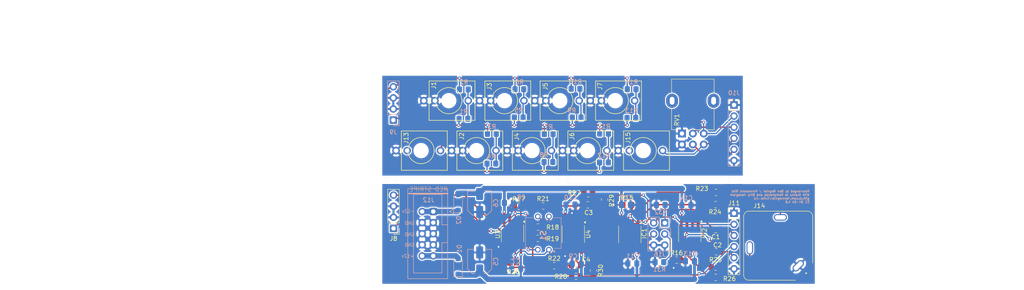
<source format=kicad_pcb>
(kicad_pcb (version 20240108) (generator "pcbnew") (generator_version "8.0")
  (title_block (title "Exits") (date "2022-01-28") (rev "2.1"))
  (layers (0 "F.Cu" signal) (31 "B.Cu" signal) (34 "B.Paste" user) (35 "F.Paste" user) (36 "B.SilkS" user "B.Silkscreen") (37 "F.SilkS" user "F.Silkscreen") (38 "B.Mask" user) (39 "F.Mask" user) (44 "Edge.Cuts" user))
  (net 0 "")
  (net 1 "Net-(IC1-A_+INPUT)")
  (net 2 "Net-(J11-Pin_3)")
  (net 3 "Net-(IC2-A_+INPUT)")
  (net 4 "Net-(J11-Pin_5)")
  (net 5 "Net-(U4A--)")
  (net 6 "Net-(C3-Pad2)")
  (net 7 "Net-(U4B--)")
  (net 8 "Net-(C4-Pad2)")
  (net 9 "GND")
  (net 10 "+12V")
  (net 11 "-12V")
  (net 12 "Net-(D1-A)")
  (net 13 "Net-(D2-K)")
  (net 14 "Net-(IC1-A_-INPUT)")
  (net 15 "Net-(IC1-B_-INPUT)")
  (net 16 "Net-(IC2-A_-INPUT)")
  (net 17 "Net-(IC2-B_-INPUT)")
  (net 18 "Net-(J1-Pad3)")
  (net 19 "Net-(J2-Pad3)")
  (net 20 "Net-(J3-Pad3)")
  (net 21 "Net-(J4-Pad3)")
  (net 22 "Net-(J5-Pad3)")
  (net 23 "Net-(J6-Pad3)")
  (net 24 "Net-(J7-Pad3)")
  (net 25 "Net-(J8-Pin_1)")
  (net 26 "Net-(J8-Pin_4)")
  (net 27 "Net-(J9-Pin_4)")
  (net 28 "Net-(J9-Pin_1)")
  (net 29 "Net-(J10-Pin_5)")
  (net 30 "Net-(J10-Pin_3)")
  (net 31 "Rout")
  (net 32 "Lout")
  (net 33 "HPoutL")
  (net 34 "HPoutR")
  (net 35 "RingL")
  (net 36 "RingR")
  (net 37 "Net-(R17-Pad2)")
  (net 38 "Net-(R18-Pad2)")
  (net 39 "Net-(R19-Pad2)")
  (net 40 "Net-(R20-Pad2)")
  (footprint "Package_SO:SOIC-8_3.9x4.9mm_P1.27mm" (layer "F.Cu") (at 122.4534 138.2776 -90)
    (property "Reference" "IC2")
    (property "Value" "NE5532")
  )
  (footprint "nearness:PJ301M12" (layer "F.Cu") (at 73.66 119.3546 -90)
    (property "Reference" "J2")
    (property "Value" "PJ301M12")
  )
  (footprint "Package_SO:SOIC-8_3.9x4.9mm_P1.27mm" (layer "F.Cu") (at 95.8088 138.4808 -90)
    (property "Reference" "U4")
    (property "Value" "LME49720")
  )
  (footprint "nearness:PJ301M12" (layer "F.Cu") (at 60.96 119.3546 -90)
    (property "Reference" "J13")
    (property "Value" "PJ301M12")
  )
  (footprint "Resistor_SMD:R_0805_2012Metric_Pad1.20x1.40mm_HandSolder" (layer "F.Cu") (at 83.312 132.08)
    (property "Reference" "R17")
    (property "Value" "100k")
  )
  (footprint "nearness:PJ301M12" (layer "F.Cu") (at 67.31 107.9246 -90)
    (property "Reference" "J1")
    (property "Value" "PJ301M12")
  )
  (footprint "Resistor_SMD:R_0805_2012Metric_Pad1.20x1.40mm_HandSolder" (layer "F.Cu") (at 99.2124 129.2352)
    (property "Reference" "R27")
    (property "Value" "100k")
  )
  (footprint "Potentiometer_THT:Potentiometer_Alpha_RD902F-40-00D_Dual_Vertical" (layer "F.Cu") (at 120.6648 115.45 90)
    (property "Reference" "RV1")
    (property "Value" "50k A")
  )
  (footprint "Resistor_SMD:R_0805_2012Metric_Pad1.20x1.40mm_HandSolder" (layer "F.Cu") (at 96.4184 148.1328)
    (property "Reference" "R28")
    (property "Value" "100k")
  )
  (footprint "Package_SO:SOIC-8_3.9x4.9mm_P1.27mm" (layer "F.Cu") (at 81.8896 138.3284 -90)
    (property "Reference" "U3")
    (property "Value" "LME49720")
  )
  (footprint "Capacitor_SMD:C_0805_2012Metric_Pad1.18x1.45mm_HandSolder" (layer "F.Cu") (at 96.4184 145.5928)
    (property "Reference" "C4")
    (property "Value" "22p")
  )
  (footprint "Resistor_SMD:R_0805_2012Metric_Pad1.20x1.40mm_HandSolder" (layer "F.Cu") (at 128.4572 128.9304)
    (property "Reference" "R23")
    (property "Value" "1")
  )
  (footprint "Resistor_SMD:R_0805_2012Metric_Pad1.20x1.40mm_HandSolder" (layer "F.Cu") (at 87.6808 139.446)
    (property "Reference" "R19")
    (property "Value" "100k")
  )
  (footprint "Resistor_SMD:R_0805_2012Metric_Pad1.20x1.40mm_HandSolder" (layer "F.Cu") (at 108.1532 131.7752)
    (property "Reference" "R15")
    (property "Value" "100k")
  )
  (footprint "Resistor_SMD:R_0805_2012Metric_Pad1.20x1.40mm_HandSolder" (layer "F.Cu") (at 128.3556 145.9992)
    (property "Reference" "R25")
    (property "Value" "1")
  )
  (footprint "Resistor_SMD:R_0805_2012Metric_Pad1.20x1.40mm_HandSolder" (layer "F.Cu") (at 119.4468 144.4244)
    (property "Reference" "R16")
    (property "Value" "100k")
  )
  (footprint "nearness:PJ301M12" (layer "F.Cu") (at 111.8108 119.3546 -90)
    (property "Reference" "J15")
    (property "Value" "PJ301M12")
  )
  (footprint "Library:CUI_SJ-63083A" (layer "F.Cu") (at 142.6972 141.1224)
    (property "Reference" "J14")
    (property "Value" "SJ-63083A")
  )
  (footprint "Resistor_SMD:R_0805_2012Metric_Pad1.20x1.40mm_HandSolder" (layer "F.Cu") (at 81.788 144.9832)
    (property "Reference" "R20")
    (property "Value" "100k")
  )
  (footprint "Resistor_SMD:R_0805_2012Metric_Pad1.20x1.40mm_HandSolder" (layer "F.Cu") (at 100.4316 146.812 -90)
    (property "Reference" "R30")
    (property "Value" "1k")
  )
  (footprint "nearness:PJ301M12" (layer "F.Cu") (at 99.0578 119.3546 -90)
    (property "Reference" "J6")
    (property "Value" "PJ301M12")
  )
  (footprint "Resistor_SMD:R_0805_2012Metric_Pad1.20x1.40mm_HandSolder" (layer "F.Cu") (at 102.9716 130.556 90)
    (property "Reference" "R29")
    (property "Value" "1k")
  )
  (footprint "Capacitor_SMD:C_0805_2012Metric_Pad1.18x1.45mm_HandSolder" (layer "F.Cu") (at 128.508 142.494 180)
    (property "Reference" "C2")
    (property "Value" "100n")
  )
  (footprint "nearness:PJ301M12" (layer "F.Cu") (at 80.0608 107.9246 -90)
    (property "Reference" "J3")
    (property "Value" "PJ301M12")
  )
  (footprint "Connector_PinHeader_2.54mm:PinHeader_1x04_P2.54mm_Vertical" (layer "F.Cu") (at 54.6608 137.16 180)
    (property "Reference" "J8")
    (property "Value" "Conn_01x04_Male")
  )
  (footprint "nearness:PJ301M12" (layer "F.Cu") (at 86.36 119.3546 -90)
    (property "Reference" "J4")
    (property "Value" "PJ301M12")
  )
  (footprint "Resistor_SMD:R_0805_2012Metric_Pad1.20x1.40mm_HandSolder" (layer "F.Cu") (at 128.4064 148.3868)
    (property "Reference" "R26")
    (property "Value" "1")
  )
  (footprint "Package_SO:SOIC-8_3.9x4.9mm_P1.27mm" (layer "F.Cu") (at 108.7374 138.5458 -90)
    (property "Reference" "IC1")
    (property "Value" "NE5532")
  )
  (footprint "nearness:PJ301M12" (layer "F.Cu") (at 92.7078 107.9246 -90)
    (property "Reference" "J5")
    (property "Value" "PJ301M12")
  )
  (footprint "Resistor_SMD:R_0805_2012Metric_Pad1.20x1.40mm_HandSolder" (layer "F.Cu") (at 128.3556 131.7244)
    (property "Reference" "R24")
    (property "Value" "1")
  )
  (footprint "nearness:PJ301M12" (layer "F.Cu") (at 105.41 107.9246 -90)
    (property "Reference" "J7")
    (property "Value" "PJ301M12")
  )
  (footprint "Capacitor_SMD:C_0805_2012Metric_Pad1.18x1.45mm_HandSolder" (layer "F.Cu") (at 99.1108 131.7752)
    (property "Reference" "C3")
    (property "Value" "22p")
  )
  (footprint "Resistor_SMD:R_0805_2012Metric_Pad1.20x1.40mm_HandSolder" (layer "F.Cu") (at 88.9 132.0292)
    (property "Reference" "R21")
    (property "Value" "100k")
  )
  (footprint "Resistor_SMD:R_0805_2012Metric_Pad1.20x1.40mm_HandSolder" (layer "F.Cu") (at 87.7316 136.8552)
    (property "Reference" "R18")
    (property "Value" "100k")
  )
  (footprint "Capacitor_SMD:C_0805_2012Metric_Pad1.18x1.45mm_HandSolder" (layer "F.Cu") (at 128.4064 137.414 180)
    (property "Reference" "C1")
    (property "Value" "100n")
  )
  (footprint "Resistor_SMD:R_0805_2012Metric_Pad1.20x1.40mm_HandSolder" (layer "F.Cu") (at 91.44 145.6944)
    (property "Reference" "R22")
    (property "Value" "100k")
  )
  (footprint "Connector_PinHeader_2.54mm:PinHeader_1x06_P2.54mm_Vertical" (layer "F.Cu") (at 132.588 133.7056)
    (property "Reference" "J11")
    (property "Value" "Conn_01x06_Male")
  )
  (footprint "Capacitor_SMD:C_Elec_5x5.8" (layer "B.Cu") (at 74.3712 131.354 90)
    (property "Reference" "C6")
    (property "Value" "22u")
  )
  (footprint "Resistor_SMD:R_0805_2012Metric_Pad1.20x1.40mm_HandSolder" (layer "B.Cu") (at 96.5708 111.76 180)
    (property "Reference" "R9")
    (property "Value" "215k")
  )
  (footprint "Resistor_SMD:R_0805_2012Metric_Pad1.20x1.40mm_HandSolder" (layer "B.Cu") (at 115.5192 144.8816)
    (property "Reference" "R31")
    (property "Value" "1k")
  )
  (footprint "Connector_PinSocket_2.54mm:PinSocket_1x06_P2.54mm_Vertical" (layer "B.Cu") (at 132.588 108.9152 180)
    (property "Reference" "J10")
    (property "Value" "Conn_01x06_Female")
  )
  (footprint "Connector_PinHeader_2.54mm:PinHeader_2x03_P2.54mm_Vertical" (layer "B.Cu") (at 116.7434 135.905 180)
    (property "Reference" "J16")
    (property "Value" "Conn_02x03_Odd_Even")
  )
  (footprint "Connector_IDC:IDC-Header_2x05_P2.54mm_Vertical" (layer "B.Cu") (at 63.754 133.2992 180)
    (property "Reference" "J12")
    (property "Value" "Euro power header")
  )
  (footprint "Resistor_SMD:R_0805_2012Metric_Pad1.20x1.40mm_HandSolder" (layer "B.Cu") (at 90.1192 121.9708 180)
    (property "Reference" "R8")
    (property "Value" "140k")
  )
  (footprint "Capacitor_SMD:C_0805_2012Metric_Pad1.18x1.45mm_HandSolder" (layer "B.Cu") (at 81.0768 131.318 180)
    (property "Reference" "C8")
    (property "Value" "100n")
  )
  (footprint "Resistor_SMD:R_0805_2012Metric_Pad1.20x1.40mm_HandSolder" (layer "B.Cu") (at 70.6628 112.0648 180)
    (property "Reference" "R1")
    (property "Value" "100k")
  )
  (footprint "Capacitor_SMD:C_0805_2012Metric_Pad1.18x1.45mm_HandSolder" (layer "B.Cu") (at 121.6875 131.8768 180)
    (property "Reference" "C14")
    (property "Value" "100n")
  )
  (footprint "Capacitor_SMD:C_0805_2012Metric_Pad1.18x1.45mm_HandSolder" (layer "B.Cu") (at 122.5081 144.66765 180)
    (property "Reference" "C13")
    (property "Value" "100n")
  )
  (footprint "Library:ADP0204" (layer "B.Cu") (at 90.2208 142.0368 90)
    (property "Reference" "S1")
    (property "Value" "ADP0204" (hide yes))
  )
  (footprint "Resistor_SMD:R_0805_2012Metric_Pad1.20x1.40mm_HandSolder" (layer "B.Cu") (at 96.3168 105.2068 180)
    (property "Reference" "R10")
    (property "Value" "113k")
  )
  (footprint "Capacitor_SMD:C_0805_2012Metric_Pad1.18x1.45mm_HandSolder" (layer "B.Cu") (at 96.6216 145.2372 180)
    (property "Reference" "C9")
    (property "Value" "100n")
  )
  (footprint "Diode_SMD:D_SOD-123" (layer "B.Cu") (at 69.4436 145.8468 90)
    (property "Reference" "D1")
    (property "Value" "1N5819HW")
  )
  (footprint "Resistor_SMD:R_0805_2012Metric_Pad1.20x1.40mm_HandSolder" (layer "B.Cu") (at 109.1532 105.3084 180)
    (property "Reference" "R14")
    (property "Value" "100k")
  )
  (footprint "Connector_PinSocket_2.54mm:PinSocket_1x04_P2.54mm_Vertical" (layer "B.Cu") (at 54.61 112.3696)
    (property "Reference" "J9")
    (property "Value" "Conn_01x04_Female")
  )
  (footprint "Resistor_SMD:R_0805_2012Metric_Pad1.20x1.40mm_HandSolder" (layer "B.Cu") (at 102.854 115.4684 180)
    (property "Reference" "R11")
    (property "Value" "442k")
  )
  (footprint "Capacitor_SMD:C_Elec_5x5.8" (layer "B.Cu") (at 74.3712 144.7292 90)
    (property "Reference" "C5")
    (property "Value" "22u")
  )
  (footprint "Resistor_SMD:R_0805_2012Metric_Pad1.20x1.40mm_HandSolder" (layer "B.Cu") (at 109.1024 111.8616 180)
    (property "Reference" "R13")
    (property "Value" "1M69")
  )
  (footprint "Capacitor_SMD:C_0805_2012Metric_Pad1.18x1.45mm_HandSolder" (layer "B.Cu") (at 107.8699 131.7752 180)
    (property "Reference" "C12")
    (property "Value" "100n")
  )
  (footprint "Resistor_SMD:R_0805_2012Metric_Pad1.20x1.40mm_HandSolder" (layer "B.Cu") (at 70.7484 105.3592 180)
    (property "Reference" "R2")
    (property "Value" "1M69")
  )
  (footprint "Resistor_SMD:R_0805_2012Metric_Pad1.20x1.40mm_HandSolder" (layer "B.Cu") (at 83.312 111.76 180)
    (property "Reference" "R5")
    (property "Value" "113k")
  )
  (footprint "Resistor_SMD:R_0805_2012Metric_Pad1.20x1.40mm_HandSolder" (layer "B.Cu") (at 77.0636 122.3264 180)
    (property "Reference" "R4")
    (property "Value" "442k")
  )
  (footprint "Diode_SMD:D_SOD-123" (layer "B.Cu") (at 69.4436 131.2164 90)
    (property "Reference" "D2")
    (property "Value" "1N5819HW")
  )
  (footprint "Resistor_SMD:R_0805_2012Metric_Pad1.20x1.40mm_HandSolder" (layer "B.Cu") (at 115.824 131.7752)
    (property "Reference" "R32")
    (property "Value" "1k")
  )
  (footprint "Resistor_SMD:R_0805_2012Metric_Pad1.20x1.40mm_HandSolder" (layer "B.Cu") (at 102.8192 122.0724 180)
    (property "Reference" "R12")
    (property "Value" "102k")
  )
  (footprint "Resistor_SMD:R_0805_2012Metric_Pad1.20x1.40mm_HandSolder" (layer "B.Cu") (at 77.1652 115.5192 180)
    (property "Reference" "R3")
    (property "Value" "102k")
  )
  (footprint "Resistor_SMD:R_0805_2012Metric_Pad1.20x1.40mm_HandSolder" (layer "B.Cu") (at 90.17 115.57 180)
    (property "Reference" "R7")
    (property "Value" "140k")
  )
  (footprint "Capacitor_SMD:C_0805_2012Metric_Pad1.18x1.45mm_HandSolder" (layer "B.Cu") (at 95.1484 131.7244 180)
    (property "Reference" "C10")
    (property "Value" "100n")
  )
  (footprint "Capacitor_SMD:C_0805_2012Metric_Pad1.18x1.45mm_HandSolder" (layer "B.Cu") (at 82.7532 146.3548 180)
    (property "Reference" "C7")
    (property "Value" "100n")
  )
  (footprint "Capacitor_SMD:C_0805_2012Metric_Pad1.18x1.45mm_HandSolder" (layer "B.Cu") (at 109.3216 145.1864 180)
    (property "Reference" "C11")
    (property "Value" "100n")
  )
  (footprint "Resistor_SMD:R_0805_2012Metric_Pad1.20x1.40mm_HandSolder" (layer "B.Cu") (at 83.4644 105.3084 180)
    (property "Reference" "R6")
    (property "Value" "215k")
  )
  (gr_line (start 67.056 129.1844) (end 58.2168 129.1844) (stroke (width 0.3)) (layer "B.SilkS"))
  (gr_arc (start 134.62 127) (mid 133.6548 126.0348) (end 134.62 125.0696) (stroke (width 0.0254)) (layer "Edge.Cuts"))
  (gr_line (start 52.07 102.2096) (end 134.62 102.2096) (stroke (width 0.0254)) (layer "Edge.Cuts"))
  (gr_line (start 134.62 127) (end 151.13 127) (stroke (width 0.0254)) (layer "Edge.Cuts"))
  (gr_arc (start 91.44 125.0696) (mid 92.4052 126.0348) (end 91.44 127) (stroke (width 0.0254)) (layer "Edge.Cuts"))
  (gr_line (start 52.07 149.86) (end 52.07 127) (stroke (width 0.0254)) (layer "Edge.Cuts"))
  (gr_line (start 95.4532 127) (end 130.6068 127) (stroke (width 0.0254)) (layer "Edge.Cuts"))
  (gr_line (start 151.13 149.86) (end 52.07 149.86) (stroke (width 0.0254)) (layer "Edge.Cuts"))
  (gr_arc (start 130.6068 125.0696) (mid 131.572 126.0348) (end 130.6068 127) (stroke (width 0.0254)) (layer "Edge.Cuts"))
  (gr_line (start 134.62 125.0696) (end 134.62 102.2096) (stroke (width 0.0254)) (layer "Edge.Cuts"))
  (gr_arc (start 56.0832 127) (mid 55.118 126.0348) (end 56.0832 125.0696) (stroke (width 0.0254)) (layer "Edge.Cuts"))
  (gr_line (start 56.0832 125.0696) (end 91.44 125.0696) (stroke (width 0.0254)) (layer "Edge.Cuts"))
  (gr_line (start 151.13 127) (end 151.13 149.86) (stroke (width 0.0254)) (layer "Edge.Cuts"))
  (gr_arc (start 52.07 125.0696) (mid 53.0352 126.0348) (end 52.07 127) (stroke (width 0.0254)) (layer "Edge.Cuts"))
  (gr_arc (start 95.4532 127) (mid 94.488 126.0348) (end 95.4532 125.0696) (stroke (width 0.0254)) (layer "Edge.Cuts"))
  (gr_line (start 95.4532 125.0696) (end 130.6068 125.0696) (stroke (width 0.0254)) (layer "Edge.Cuts"))
  (gr_line (start 56.0832 127) (end 91.44 127) (stroke (width 0.0254)) (layer "Edge.Cuts"))
  (gr_line (start 52.07 125.0696) (end 52.07 102.2096) (stroke (width 0.0254)) (layer "Edge.Cuts"))
  (gr_text "GND" (at 59.5376 141.3764 0) (layer "B.SilkS") (effects (font (size 0.75 0.75) (thickness 0.1)) (justify left bottom mirror)))
  (gr_text "-12v" (at 59.5884 133.6548 0) (layer "B.SilkS") (effects (font (size 0.75 0.75) (thickness 0.1)) (justify left bottom mirror)))
  (gr_text "RED STRIPE" (at 67.1068 128.778 0) (layer "B.SilkS") (effects (font (size 1 1) (thickness 0.1)) (justify left bottom mirror)))
  (gr_text "GND" (at 59.5376 138.9888 0) (layer "B.SilkS") (effects (font (size 0.75 0.75) (thickness 0.1)) (justify left bottom mirror)))
  (gr_text "Rearranged by Ben Regnier / Permanent Riot\nWith thanks to Ramphands and Billy Hologram\ngithub.com/benregnier/Exits-1U\nCC BY-SA 4.0" (at 149.9108 131.4196 0) (layer "B.SilkS") (effects (font (size 0.508 0.508) (thickness 0.1016) (bold yes)) (justify left bottom mirror)))
  (gr_text "GND" (at 59.5376 136.398 0) (layer "B.SilkS") (effects (font (size 0.75 0.75) (thickness 0.1)) (justify left bottom mirror)))
  (gr_text "+12v" (at 59.4868 143.9164 0) (layer "B.SilkS") (effects (font (size 0.75 0.75) (thickness 0.1)) (justify left bottom mirror)))
  (segment (start 112.320824 135.7376) (end 112.3696 135.7376) (width 0.3048) (layer "F.Cu") (net 1))
  (segment (start 106.8324 139.446) (end 108.1024 138.176) (width 0.3048) (layer "F.Cu") (net 1))
  (segment (start 115.7986 132.8674) (end 123.3971 132.8674) (width 0.3048) (layer "F.Cu") (net 1))
  (segment (start 109.2868 131.7752) (end 109.2868 133.837952) (width 0.3048) (layer "F.Cu") (net 1))
  (segment (start 112.3696 135.7376) (end 114.7064 133.4008) (width 0.3048) (layer "F.Cu") (net 1))
  (segment (start 109.2868 133.837952) (end 108.811576 134.313176) (width 0.3048) (layer "F.Cu") (net 1))
  (segment (start 123.3971 132.8674) (end 127.3689 136.8392) (width 0.3048) (layer "F.Cu") (net 1))
  (segment (start 108.811576 134.313176) (end 108.1024 135.022352) (width 0.3048) (layer "F.Cu") (net 1))
  (segment (start 108.1024 135.022352) (end 108.1024 136.0708) (width 0.3048) (layer "F.Cu") (net 1))
  (segment (start 114.7064 133.4008) (end 115.2652 133.4008) (width 0.3048) (layer "F.Cu") (net 1))
  (segment (start 106.8324 141.0208) (end 106.8324 139.446) (width 0.3048) (layer "F.Cu") (net 1))
  (segment (start 127.3689 136.8392) (end 127.3689 137.414) (width 0.3048) (layer "F.Cu") (net 1))
  (segment (start 115.2652 133.4008) (end 115.7986 132.8674) (width 0.3048) (layer "F.Cu") (net 1))
  (segment (start 108.1024 138.176) (end 108.1024 136.0708) (width 0.3048) (layer "F.Cu") (net 1))
  (via (at 108.811576 134.313176) (size 0.762) (drill 0.381) (layers "F.Cu" "B.Cu") (net 1))
  (via (at 112.320824 135.7376) (size 0.762) (drill 0.381) (layers "F.Cu" "B.Cu") (net 1))
  (segment (start 112.320824 135.7376) (end 110.236 135.7376) (width 0.3048) (layer "B.Cu") (net 1))
  (segment (start 110.236 135.7376) (end 108.811576 134.313176) (width 0.3048) (layer "B.Cu") (net 1))
  (segment (start 131.4196 137.414) (end 132.7912 138.7856) (width 0.3048) (layer "F.Cu") (net 2))
  (segment (start 130.0187 137.414) (end 131.4196 137.414) (width 0.3048) (layer "F.Cu") (net 2))
  (segment (start 120.5484 139.954) (end 121.7676 138.7348) (width 0.3048) (layer "F.Cu") (net 3))
  (segment (start 127.6737 140.3229) (end 127.6737 142.494) (width 0.3048) (layer "F.Cu") (net 3))
  (segment (start 120.4468 144.4244) (end 120.5992 144.272) (width 0.3048) (layer "F.Cu") (net 3))
  (segment (start 126.9492 139.5984) (end 127.6737 140.3229) (width 0.3048) (layer "F.Cu") (net 3))
  (segment (start 121.7676 138.5824) (end 121.7676 135.8744) (width 0.3048) (layer "F.Cu") (net 3))
  (segment (start 120.5992 144.272) (end 120.5992 141.2494) (width 0.3048) (layer "F.Cu") (net 3))
  (segment (start 120.5992 141.2494) (end 120.5894 141.2396) (width 0.3048) (layer "F.Cu") (net 3))
  (segment (start 120.5894 140.0893) (end 120.5894 141.2396) (width 0.3048) (layer "F.Cu") (net 3))
  (segment (start 121.7676 138.7348) (end 121.7676 138.5824) (width 0.3048) (layer "F.Cu") (net 3))
  (segment (start 121.7676 135.8744) (end 121.8184 135.8744) (width 0.3048) (layer "F.Cu") (net 3))
  (segment (start 120.5484 140.7526) (end 120.5484 139.954) (width 0.3048) (layer "F.Cu") (net 3))
  (via (at 126.9492 139.5984) (size 0.762) (drill 0.381) (layers "F.Cu" "B.Cu") (net 3))
  (via (at 121.7676 138.5824) (size 0.762) (drill 0.381) (layers "F.Cu" "B.Cu") (net 3))
  (segment (start 126.9492 139.5984) (end 125.9332 138.5824) (width 0.3048) (layer "B.Cu") (net 3))
  (segment (start 125.9332 138.5824) (end 121.7676 138.5824) (width 0.3048) (layer "B.Cu") (net 3))
  (segment (start 131.4196 142.494) (end 130.1711 142.494) (width 0.3048) (layer "F.Cu") (net 4))
  (segment (start 132.842 143.9164) (end 131.4196 142.494) (width 0.3048) (layer "F.Cu") (net 4))
  (segment (start 96.4438 132.1054) (end 96.3676 132.0292) (width 0.3048) (layer "F.Cu") (net 5))
  (segment (start 98.0733 131.7752) (end 98.0733 129.3743) (width 0.3048) (layer "F.Cu") (net 5))
  (segment (start 96.3676 132.0292) (end 97.8193 132.0292) (width 0.3048) (layer "F.Cu") (net 5))
  (segment (start 96.4438 135.4808) (end 96.4438 132.1054) (width 0.3048) (layer "F.Cu") (net 5))
  (segment (start 98.0733 129.3743) (end 98.2124 129.2352) (width 0.3048) (layer "F.Cu") (net 5))
  (segment (start 97.8193 132.0292) (end 98.0733 131.7752) (width 0.3048) (layer "F.Cu") (net 5))
  (segment (start 89.9 132.0292) (end 96.3676 132.0292) (width 0.3048) (layer "F.Cu") (net 5))
  (segment (start 100.1483 131.7752) (end 102.7524 131.7752) (width 0.3048) (layer "F.Cu") (net 6))
  (segment (start 100.1483 133.0463) (end 100.1483 131.7752) (width 0.3048) (layer "F.Cu") (net 6))
  (segment (start 102.7524 131.7752) (end 102.9716 131.556) (width 0.3048) (layer "F.Cu") (net 6))
  (segment (start 97.7138 135.4808) (end 100.1483 133.0463) (width 0.3048) (layer "F.Cu") (net 6))
  (segment (start 95.3809 145.5928) (end 95.3809 141.6879) (width 0.3048) (layer "F.Cu") (net 7))
  (segment (start 95.4184 148.1328) (end 95.4184 145.6303) (width 0.3048) (layer "F.Cu") (net 7))
  (segment (start 95.3809 141.6879) (end 95.1738 141.4808) (width 0.3048) (layer "F.Cu") (net 7))
  (segment (start 95.4184 145.6303) (end 95.3809 145.5928) (width 0.3048) (layer "F.Cu") (net 7))
  (segment (start 92.44 145.6944) (end 95.2793 145.6944) (width 0.3048) (layer "F.Cu") (net 7))
  (segment (start 95.2793 145.6944) (end 95.3809 145.5928) (width 0.3048) (layer "F.Cu") (net 7))
  (segment (start 100.2124 145.5928) (end 100.4316 145.812) (width 0.3048) (layer "F.Cu") (net 8))
  (segment (start 97.4559 145.5928) (end 100.2124 145.5928) (width 0.3048) (layer "F.Cu") (net 8))
  (segment (start 96.4438 144.5807) (end 96.4438 141.4808) (width 0.3048) (layer "F.Cu") (net 8))
  (segment (start 97.4559 145.5928) (end 96.4438 144.5807) (width 0.3048) (layer "F.Cu") (net 8))
  (segment (start 93.9038 141.4808) (end 93.9038 143.4846) (width 0.635) (layer "F.Cu") (net 9))
  (segment (start 107.1532 131.7752) (end 105.0544 131.7752) (width 0.3048) (layer "F.Cu") (net 9))
  (segment (start 79.9846 141.3284) (end 78.7372 141.3284) (width 0.635) (layer "F.Cu") (net 9))
  (segment (start 118.4468 145.8788) (end 118.7704 146.2024) (width 0.3048) (layer "F.Cu") (net 9))
  (segment (start 95.1738 135.4808) (end 95.1738 133.985) (width 0.635) (layer "F.Cu") (net 9))
  (segment (start 95.1738 133.985) (end 95.504 133.6548) (width 0.635) (layer "F.Cu") (net 9))
  (segment (start 81.2546 135.3284) (end 81.2546 133.6294) (width 0.635) (layer "F.Cu") (net 9))
  (segment (start 81.2546 133.6294) (end 81.3308 133.5532) (width 0.635) (layer "F.Cu") (net 9))
  (segment (start 93.9038 143.4846) (end 93.9292 143.51) (width 0.635) (layer "F.Cu") (net 9))
  (segment (start 118.4468 144.4244) (end 118.4468 145.8788) (width 0.3048) (layer "F.Cu") (net 9))
  (segment (start 78.7372 141.3284) (end 78.6892 141.3764) (width 0.635) (layer "F.Cu") (net 9))
  (via (at 118.7704 146.2024) (size 0.762) (drill 0.381) (layers "F.Cu" "B.Cu") (net 9))
  (via (at 95.504 133.6548) (size 0.762) (drill 0.381) (layers "F.Cu" "B.Cu") (net 9))
  (via (at 78.6892 141.3764) (size 0.762) (drill 0.381) (layers "F.Cu" "B.Cu") (net 9))
  (via (at 93.9292 143.51) (size 0.762) (drill 0.381) (layers "F.Cu" "B.Cu") (net 9))
  (via (at 105.0544 131.7752) (size 0.762) (drill 0.381) (layers "F.Cu" "B.Cu") (net 9))
  (via (at 81.3308 133.5532) (size 0.762) (drill 0.381) (layers "F.Cu" "B.Cu") (net 9))
  (segment (start 81.3308 133.5532) (end 81.3308 132.1015) (width 0.635) (layer "B.Cu") (net 9))
  (segment (start 81.3308 132.1015) (end 82.1143 131.318) (width 0.635) (layer "B.Cu") (net 9))
  (segment (start 108.4072 131.7967) (end 108.3857 131.7752) (width 0.3048) (layer "B.Cu") (net 9))
  (segment (start 110.6424 142.9512) (end 110.3376 143.256) (width 0.3048) (layer "F.Cu") (net 10))
  (segment (start 83.82 143.1544) (end 83.82 141.3538) (width 0.508) (layer "F.Cu") (net 10))
  (segment (start 124.3584 140.7526) (end 124.3584 141.727599) (width 0.3048) (layer "F.Cu") (net 10))
  (segment (start 123.5749 142.511099) (end 123.5749 142.99125) (width 0.3048) (layer "F.Cu") (net 10))
  (segment (start 83.82 141.3538) (end 83.7946 141.3284) (width 0.508) (layer "F.Cu") (net 10))
  (segment (start 97.6884 141.5062) (end 97.7138 141.4808) (width 0.635) (layer "F.Cu") (net 10))
  (segment (start 97.6884 143.256) (end 97.6884 141.5062) (width 0.635) (layer "F.Cu") (net 10))
  (segment (start 110.6424 141.0208) (end 110.6424 142.9512) (width 0.3048) (layer "F.Cu") (net 10))
  (segment (start 124.3584 141.727599) (end 123.5749 142.511099) (width 0.3048) (layer "F.Cu") (net 10))
  (via (at 123.5749 142.99125) (size 0.762) (drill 0.381) (layers "F.Cu" "B.Cu") (net 10))
  (via (at 110.3376 143.256) (size 0.762) (drill 0.381) (layers "F.Cu" "B.Cu") (net 10))
  (via (at 97.6884 143.256) (size 0.762) (drill 0.381) (layers "F.Cu" "B.Cu") (net 10))
  (via (at 83.82 143.1544) (size 0.762) (drill 0.381) (layers "F.Cu" "B.Cu") (net 10))
  (segment (start 123.5749 142.99125) (end 123.5749 144.63835) (width 0.3048) (layer "B.Cu") (net 10))
  (segment (start 69.5248 147.828) (end 73.5224 147.828) (width 1.27) (layer "B.Cu") (net 10))
  (segment (start 97.6591 145.2372) (end 97.6591 143.2853) (width 0.635) (layer "B.Cu") (net 10))
  (segment (start 83.7907 145.0848) (end 83.7907 143.1837) (width 0.508) (layer "B.Cu") (net 10))
  (segment (start 83.7907 148.7131) (end 83.8708 148.7932) (width 0.508) (layer "B.Cu") (net 10))
  (segment (start 69.4436 147.7468) (end 69.5248 147.828) (width 1.27) (layer "B.Cu") (net 10))
  (segment (start 123.5456 144.66765) (end 123.5456 148.75315) (width 0.635) (layer "B.Cu") (net 10))
  (segment (start 110.3376 143.256) (end 110.3376 145.1649) (width 0.3048) (layer "B.Cu") (net 10))
  (segment (start 110.3376 145.1649) (end 110.3591 145.1864) (width 0.3048) (layer "B.Cu") (net 10))
  (segment (start 97.6884 148.7932) (end 110.3884 148.7932) (width 1.27) (layer "B.Cu") (net 10))
  (segment (start 110.3591 145.1864) (end 110.3591 148.7639) (width 0.635) (layer "B.Cu") (net 10))
  (segment (start 97.6591 148.7639) (end 97.6884 148.7932) (width 0.635) (layer "B.Cu") (net 10))
  (segment (start 83.7907 143.1837) (end 83.82 143.1544) (width 0.508) (layer "B.Cu") (net 10))
  (segment (start 110.3884 148.7932) (end 123.50555 148.7932) (width 1.27) (layer "B.Cu") (net 10))
  (segment (start 83.7907 145.0848) (end 83.7907 148.7131) (width 0.508) (layer "B.Cu") (net 10))
  (segment (start 83.8708 148.7932) (end 97.6884 148.7932) (width 1.27) (layer "B.Cu") (net 10))
  (segment (start 74.3712 146.9792) (end 76.1852 148.7932) (width 1.27) (layer "B.Cu") (net 10))
  (segment (start 73.5224 147.828) (end 74.3712 146.9792) (width 1.27) (layer "B.Cu") (net 10))
  (segment (start 97.6591 143.2853) (end 97.6884 143.256) (width 0.635) (layer "B.Cu") (net 10))
  (segment (start 123.50555 148.7932) (end 123.5456 148.75315) (width 1.27) (layer "B.Cu") (net 10))
  (segment (start 110.3591 148.7639) (end 110.3884 148.7932) (width 0.635) (layer "B.Cu") (net 10))
  (segment (start 97.6591 145.2372) (end 97.6591 148.7639) (width 0.635) (layer "B.Cu") (net 10))
  (segment (start 76.1852 148.7932) (end 83.8708 148.7932) (width 1.27) (layer "B.Cu") (net 10))
  (segment (start 106.8324 133.6255) (end 106.8539 133.604) (width 0.3048) (layer "F.Cu") (net 11))
  (segment (start 106.8324 136.0708) (end 106.8324 133.6255) (width 0.3048) (layer "F.Cu") (net 11))
  (segment (start 120.5894 135.3156) (end 120.5894 133.7154) (width 0.3048) (layer "F.Cu") (net 11))
  (segment (start 80.01 135.303) (end 79.9846 135.3284) (width 0.635) (layer "F.Cu") (net 11))
  (segment (start 80.01 133.35) (end 80.01 135.303) (width 0.635) (layer "F.Cu") (net 11))
  (segment (start 93.98 133.35) (end 93.98 135.4046) (width 0.635) (layer "F.Cu") (net 11))
  (segment (start 93.98 135.4046) (end 93.9038 135.4808) (width 0.635) (layer "F.Cu") (net 11))
  (segment (start 120.5894 133.7154) (end 120.65 133.6548) (width 0.3048) (layer "F.Cu") (net 11))
  (via (at 106.8539 133.604) (size 0.762) (drill 0.381) (layers "F.Cu" "B.Cu") (net 11))
  (via (at 120.65 133.6548) (size 0.762) (drill 0.381) (layers "F.Cu" "B.Cu") (net 11))
  (via (at 80.01 133.35) (size 0.762) (drill 0.381) (layers "F.Cu" "B.Cu") (net 11))
  (via (at 93.98 133.35) (size 0.762) (drill 0.381) (layers "F.Cu" "B.Cu") (net 11))
  (segment (start 80.01 128.0668) (end 108.458 128.0668) (width 1.27) (layer "B.Cu") (net 11))
  (segment (start 120.65 133.6548) (end 120.65 131.8768) (width 0.3048) (layer "B.Cu") (net 11))
  (segment (start 74.362 129.1132) (end 74.3712 129.104) (width 1.27) (layer "B.Cu") (net 11))
  (segment (start 75.4084 128.0668) (end 80.01 128.0668) (width 1.27) (layer "B.Cu") (net 11))
  (segment (start 94.1109 133.2191) (end 93.98 133.35) (width 0.635) (layer "B.Cu") (net 11))
  (segment (start 108.458 128.0668) (end 120.7516 128.0668) (width 1.27) (layer "B.Cu") (net 11))
  (segment (start 69.3928 129.1132) (end 74.362 129.1132) (width 1.27) (layer "B.Cu") (net 11))
  (segment (start 80.0393 133.3207) (end 80.01 133.35) (width 0.635) (layer "B.Cu") (net 11))
  (segment (start 106.8539 133.604) (end 106.8539 131.7967) (width 0.3048) (layer "B.Cu") (net 11))
  (segment (start 94.1109 131.7244) (end 94.1109 133.2191) (width 0.635) (layer "B.Cu") (net 11))
  (segment (start 80.0393 131.318) (end 80.0393 128.0961) (width 0.635) (layer "B.Cu") (net 11))
  (segment (start 80.0393 131.318) (end 80.0393 133.3207) (width 0.635) (layer "B.Cu") (net 11))
  (segment (start 106.8324 131.7752) (end 106.8324 128.1391) (width 0.635) (layer "B.Cu") (net 11))
  (segment (start 97.7685 128.0668) (end 94.1109 131.7244) (width 0.635) (layer "B.Cu") (net 11))
  (segment (start 74.3712 129.104) (end 75.4084 128.0668) (width 1.27) (layer "B.Cu") (net 11))
  (segment (start 120.65 131.8768) (end 120.65 128.1684) (width 0.635) (layer "B.Cu") (net 11))
  (segment (start 80.0393 128.0961) (end 80.01 128.0668) (width 0.635) (layer "B.Cu") (net 11))
  (segment (start 61.214 143.4592) (end 63.754 143.4592) (width 1.27) (layer "B.Cu") (net 12))
  (segment (start 68.956 143.4592) (end 69.4436 143.9468) (width 1.27) (layer "B.Cu") (net 12))
  (segment (start 63.754 143.4592) (end 68.956 143.4592) (width 1.27) (layer "B.Cu") (net 12))
  (segment (start 61.214 133.2992) (end 69.2608 133.2992) (width 1.27) (layer "B.Cu") (net 13))
  (segment (start 69.2608 133.2992) (end 69.4436 133.1164) (width 1.27) (layer "B.Cu") (net 13))
  (segment (start 109.3724 136.0708) (end 110.6424 136.0708) (width 0.3048) (layer "F.Cu") (net 14))
  (segment (start 110.617 133.3246) (end 115.0112 128.9304) (width 0.3048) (layer "F.Cu") (net 14))
  (segment (start 110.6424 136.0708) (end 110.617 136.0454) (width 0.3048) (layer "F.Cu") (net 14))
  (segment (start 115.0112 128.9304) (end 127.4572 128.9304) (width 0.3048) (layer "F.Cu") (net 14))
  (segment (start 110.617 136.0454) (end 110.617 133.3246) (width 0.3048) (layer "F.Cu") (net 14))
  (segment (start 109.3724 141.0208) (end 109.3724 140.045801) (width 0.3048) (layer "F.Cu") (net 15))
  (segment (start 111.533424 134.393424) (end 114.202448 131.7244) (width 0.3048) (layer "F.Cu") (net 15))
  (segment (start 114.202448 131.7244) (end 127.3556 131.7244) (width 0.3048) (layer "F.Cu") (net 15))
  (segment (start 109.3724 141.0208) (end 108.1024 141.0208) (width 0.3048) (layer "F.Cu") (net 15))
  (segment (start 109.3724 140.045801) (end 111.533424 137.884777) (width 0.3048) (layer "F.Cu") (net 15))
  (segment (start 111.533424 137.884777) (end 111.533424 134.393424) (width 0.3048) (layer "F.Cu") (net 15))
  (segment (start 125.476 137.4648) (end 125.4633 137.4775) (width 0.3048) (layer "F.Cu") (net 16))
  (segment (start 127.3556 145.5768) (end 127.3556 145.9992) (width 0.3048) (layer "F.Cu") (net 16))
  (segment (start 125.476 136.9202) (end 125.476 137.4648) (width 0.3048) (layer "F.Cu") (net 16))
  (segment (start 125.4633 137.4775) (end 125.4633 143.6845) (width 0.3048) (layer "F.Cu") (net 16))
  (segment (start 124.3584 135.8026) (end 125.476 136.9202) (width 0.3048) (layer "F.Cu") (net 16))
  (segment (start 125.4633 143.6845) (end 127.3556 145.5768) (width 0.3048) (layer "F.Cu") (net 16))
  (segment (start 124.3584 135.8026) (end 123.0884 135.8026) (width 0.3048) (layer "F.Cu") (net 16))
  (segment (start 126.902448 148.3868) (end 121.8184 143.302752) (width 0.3048) (layer "F.Cu") (net 17))
  (segment (start 127.4064 148.3868) (end 126.902448 148.3868) (width 0.3048) (layer "F.Cu") (net 17))
  (segment (start 121.8184 143.302752) (end 121.8184 140.7526) (width 0.3048) (layer "F.Cu") (net 17))
  (segment (start 123.0884 140.7526) (end 121.8184 140.7526) (width 0.3048) (layer "F.Cu") (net 17))
  (segment (start 71.7042 105.4034) (end 71.7484 105.3592) (width 0.3048) (layer "B.Cu") (net 18))
  (segment (start 71.7042 112.0234) (end 71.6628 112.0648) (width 0.3048) (layer "B.Cu") (net 18))
  (segment (start 71.7042 108.5596) (end 71.7042 105.4034) (width 0.3048) (layer "B.Cu") (net 18))
  (segment (start 71.7042 108.5596) (end 71.7042 112.0234) (width 0.3048) (layer "B.Cu") (net 18))
  (segment (start 78.1558 118.6688) (end 78.1558 115.5286) (width 0.3048) (layer "B.Cu") (net 19))
  (segment (start 78.1558 115.5286) (end 78.1652 115.5192) (width 0.3048) (layer "B.Cu") (net 19))
  (segment (start 78.1558 122.2342) (end 78.0636 122.3264) (width 0.3048) (layer "B.Cu") (net 19))
  (segment (start 78.1558 118.6688) (end 78.1558 122.2342) (width 0.3048) (layer "B.Cu") (net 19))
  (segment (start 84.312 111.76) (end 84.312 108.7026) (width 0.3048) (layer "B.Cu") (net 20))
  (segment (start 84.312 108.7026) (end 84.455 108.5596) (width 0.3048) (layer "B.Cu") (net 20))
  (segment (start 84.4644 105.3084) (end 84.4644 108.5502) (width 0.3048) (layer "B.Cu") (net 20))
  (segment (start 84.4644 108.5502) (end 84.455 108.5596) (width 0.3048) (layer "B.Cu") (net 20))
  (segment (start 91.17 115.57) (end 91.17 118.3546) (width 0.3048) (layer "B.Cu") (net 21))
  (segment (start 91.1192 121.9708) (end 91.1192 119.0338) (width 0.3048) (layer "B.Cu") (net 21))
  (segment (start 91.1192 119.0338) (end 90.805 118.7196) (width 0.3048) (layer "B.Cu") (net 21))
  (segment (start 91.17 118.3546) (end 90.805 118.7196) (width 0.3048) (layer "B.Cu") (net 21))
  (segment (start 97.3168 105.2068) (end 97.3168 108.3956) (width 0.3048) (layer "B.Cu") (net 22))
  (segment (start 97.3168 108.3956) (end 97.1528 108.5596) (width 0.3048) (layer "B.Cu") (net 22))
  (segment (start 97.5708 111.76) (end 97.5708 108.9776) (width 0.3048) (layer "B.Cu") (net 22))
  (segment (start 97.5708 108.9776) (end 97.1528 108.5596) (width 0.3048) (layer "B.Cu") (net 22))
  (segment (start 103.854 118.3684) (end 103.5028 118.7196) (width 0.3048) (layer "B.Cu") (net 23))
  (segment (start 103.8192 119.036) (end 103.5028 118.7196) (width 0.3048) (layer "B.Cu") (net 23))
  (segment (start 103.8192 122.0724) (end 103.8192 119.036) (width 0.3048) (layer "B.Cu") (net 23))
  (segment (start 103.854 115.4684) (end 103.854 118.3684) (width 0.3048) (layer "B.Cu") (net 23))
  (segment (start 110.1532 105.3084) (end 110.1532 108.2614) (width 0.3048) (layer "B.Cu") (net 24))
  (segment (start 110.1532 108.2614) (end 109.855 108.5596) (width 0.3048) (layer "B.Cu") (net 24))
  (segment (start 110.1024 111.8616) (end 110.1024 108.807) (width 0.3048) (layer "B.Cu") (net 24))
  (segment (start 110.1024 108.807) (end 109.855 108.5596) (width 0.3048) (layer "B.Cu") (net 24))
  (segment (start 69.596 130.9624) (end 76.4032 137.7696) (width 0.3048) (layer "F.Cu") (net 25))
  (segment (start 82.5246 135.3284) (end 82.5246 133.7564) (width 0.3048) (layer "F.Cu") (net 25))
  (segment (start 82.5246 132.2926) (end 82.312 132.08) (width 0.3048) (layer "F.Cu") (net 25))
  (segment (start 82.5246 133.7564) (end 82.5246 132.2926) (width 0.3048) (layer "F.Cu") (net 25))
  (segment (start 57.5056 130.9624) (end 69.596 130.9624) (width 0.3048) (layer "F.Cu") (net 25))
  (segment (start 76.4032 137.7696) (end 77.0128 137.7696) (width 0.3048) (layer "F.Cu") (net 25))
  (segment (start 86.7316 135.6012) (end 84.8868 133.7564) (width 0.3048) (layer "F.Cu") (net 25))
  (segment (start 57.5056 134.3152) (end 57.5056 130.9624) (width 0.3048) (layer "F.Cu") (net 25))
  (segment (start 86.7316 136.8552) (end 86.7316 135.6012) (width 0.3048) (layer "F.Cu") (net 25))
  (segment (start 54.6608 137.16) (end 57.5056 134.3152) (width 0.3048) (layer "F.Cu") (net 25))
  (via (at 84.8868 133.7564) (size 0.762) (drill 0.381) (layers "F.Cu" "B.Cu") (net 25))
  (via (at 77.0128 137.7696) (size 0.762) (drill 0.381) (layers "F.Cu" "B.Cu") (net 25))
  (via (at 82.5246 133.7564) (size 0.762) (drill 0.381) (layers "F.Cu" "B.Cu") (net 25))
  (segment (start 77.0128 137.7696) (end 78.5114 137.7696) (width 0.3048) (layer "B.Cu") (net 25))
  (segment (start 78.5114 137.7696) (end 82.5246 133.7564) (width 0.3048) (layer "B.Cu") (net 25))
  (segment (start 84.8868 133.7564) (end 82.5246 133.7564) (width 0.3048) (layer "B.Cu") (net 25))
  (segment (start 81.2546 144.5166) (end 80.788 144.9832) (width 0.3048) (layer "F.Cu") (net 26))
  (segment (start 86.5124 139.6144) (end 86.6808 139.446) (width 0.3048) (layer "F.Cu") (net 26))
  (segment (start 81.2546 140.8034) (end 81.2546 139.828401) (width 0.3048) (layer "F.Cu") (net 26))
  (segment (start 70.966199 129.54) (end 54.6608 129.54) (width 0.3048) (layer "F.Cu") (net 26))
  (segment (start 80.788 144.9832) (end 81.8944 146.0896) (width 0.3048) (layer "F.Cu") (net 26))
  (segment (start 81.2546 141.3284) (end 81.2546 144.5166) (width 0.3048) (layer "F.Cu") (net 26))
  (segment (start 81.2546 139.828401) (end 70.966199 129.54) (width 0.3048) (layer "F.Cu") (net 26))
  (segment (start 81.2546 141.3284) (end 81.2546 140.589) (width 0.3048) (layer "F.Cu") (net 26))
  (segment (start 81.8944 146.0896) (end 86.5124 146.0896) (width 0.3048) (layer "F.Cu") (net 26))
  (segment (start 86.5124 146.0896) (end 86.5124 139.6144) (width 0.3048) (layer "F.Cu") (net 26))
  (segment (start 53.1762 122.823) (end 54.4576 124.1044) (width 0.3048) (layer "F.Cu") (net 27))
  (segment (start 82.4484 102.7684) (end 95.3008 102.7684) (width 0.3048) (layer "F.Cu") (net 27))
  (segment (start 69.7484 102.7684) (end 82.4484 102.7684) (width 0.3048) (layer "F.Cu") (net 27))
  (segment (start 89.1032 124.1044) (end 101.8032 124.1044) (width 0.3048) (layer "F.Cu") (net 27))
  (segment (start 54.4576 124.1044) (end 76.0476 124.1044) (width 0.3048) (layer "F.Cu") (net 27))
  (segment (start 54.4326 104.3332) (end 53.1762 105.5896) (width 0.3048) (layer "F.Cu") (net 27))
  (segment (start 53.1762 105.5896) (end 53.1762 122.823) (width 0.3048) (layer "F.Cu") (net 27))
  (segment (start 76.0476 124.1044) (end 89.1032 124.1044) (width 0.3048) (layer "F.Cu") (net 27))
  (segment (start 58.7248 103.1748) (end 59.1312 102.7684) (width 0.3048) (layer "F.Cu") (net 27))
  (segment (start 95.3008 102.7684) (end 108.1024 102.7684) (width 0.3048) (layer "F.Cu") (net 27))
  (segment (start 59.1312 102.7684) (end 69.7484 102.7684) (width 0.3048) (layer "F.Cu") (net 27))
  (segment (start 57.5664 104.3332) (end 58.7248 103.1748) (width 0.3048) (layer "F.Cu") (net 27))
  (segment (start 54.4326 104.3332) (end 57.5664 104.3332) (width 0.3048) (layer "F.Cu") (net 27))
  (via (at 82.4484 102.7684) (size 0.762) (drill 0.381) (layers "F.Cu" "B.Cu") (net 27))
  (via (at 76.0476 124.1044) (size 0.762) (drill 0.381) (layers "F.Cu" "B.Cu") (net 27))
  (via (at 95.3008 102.7684) (size 0.762) (drill 0.381) (layers "F.Cu" "B.Cu") (net 27))
  (via (at 69.7484 102.7684) (size 0.762) (drill 0.381) (layers "F.Cu" "B.Cu") (net 27))
  (via (at 89.1032 124.1044) (size 0.762) (drill 0.381) (layers "F.Cu" "B.Cu") (net 27))
  (via (at 101.8032 124.1044) (size 0.762) (drill 0.381) (layers "F.Cu" "B.Cu") (net 27))
  (via (at 108.1024 102.7684) (size 0.762) (drill 0.381) (layers "F.Cu" "B.Cu") (net 27))
  (segment (start 82.4644 105.3084) (end 82.4644 102.7844) (width 0.3048) (layer "B.Cu") (net 27))
  (segment (start 108.1532 102.8192) (end 108.1024 102.7684) (width 0.3048) (layer "B.Cu") (net 27))
  (segment (start 101.8192 122.0724) (end 101.8192 124.0884) (width 0.3048) (layer "B.Cu") (net 27))
  (segment (start 76.0636 122.3264) (end 76.0636 124.0884) (width 0.3048) (layer "B.Cu") (net 27))
  (segment (start 95.3168 102.7844) (end 95.3008 102.7684) (width 0.3048) (layer "B.Cu") (net 27))
  (segment (start 82.4644 102.7844) (end 82.4484 102.7684) (width 0.3048) (layer "B.Cu") (net 27))
  (segment (start 101.8192 124.0884) (end 101.8032 124.1044) (width 0.3048) (layer "B.Cu") (net 27))
  (segment (start 89.1192 121.9708) (end 89.1192 124.0884) (width 0.3048) (layer "B.Cu") (net 27))
  (segment (start 69.7484 105.3592) (end 69.7484 102.7684) (width 0.3048) (layer "B.Cu") (net 27))
  (segment (start 89.1192 124.0884) (end 89.1032 124.1044) (width 0.3048) (layer "B.Cu") (net 27))
  (segment (start 108.1532 105.3084) (end 108.1532 102.8192) (width 0.3048) (layer "B.Cu") (net 27))
  (segment (start 76.0636 124.0884) (end 76.0476 124.1044) (width 0.3048) (layer "B.Cu") (net 27))
  (segment (start 95.3168 105.2068) (end 95.3168 102.7844) (width 0.3048) (layer "B.Cu") (net 27))
  (segment (start 54.4326 111.9532) (end 60.0356 111.9532) (width 0.3048) (layer "F.Cu") (net 28))
  (segment (start 89.2048 113.538) (end 95.6056 113.538) (width 0.3048) (layer "F.Cu") (net 28))
  (segment (start 60.0356 111.9532) (end 61.6204 113.538) (width 0.3048) (layer "F.Cu") (net 28))
  (segment (start 101.854 113.538) (end 108.1532 113.538) (width 0.3048) (layer "F.Cu") (net 28))
  (segment (start 82.296 113.538) (end 89.2048 113.538) (width 0.3048) (layer "F.Cu") (net 28))
  (segment (start 61.6204 113.538) (end 69.5452 113.538) (width 0.3048) (layer "F.Cu") (net 28))
  (segment (start 95.6056 113.538) (end 101.854 113.538) (width 0.3048) (layer "F.Cu") (net 28))
  (segment (start 76.1492 113.538) (end 82.296 113.538) (width 0.3048) (layer "F.Cu") (net 28))
  (segment (start 69.5452 113.538) (end 76.1492 113.538) (width 0.3048) (layer "F.Cu") (net 28))
  (via (at 69.5452 113.538) (size 0.762) (drill 0.381) (layers "F.Cu" "B.Cu") (net 28))
  (via (at 101.854 113.538) (size 0.762) (drill 0.381) (layers "F.Cu" "B.Cu") (net 28))
  (via (at 82.296 113.538) (size 0.762) (drill 0.381) (layers "F.Cu" "B.Cu") (net 28))
  (via (at 76.1492 113.538) (size 0.762) (drill 0.381) (layers "F.Cu" "B.Cu") (net 28))
  (via (at 89.2048 113.538) (size 0.762) (drill 0.381) (layers "F.Cu" "B.Cu") (net 28))
  (via (at 95.6056 113.538) (size 0.762) (drill 0.381) (layers "F.Cu" "B.Cu") (net 28))
  (via (at 108.1532 113.538) (size 0.762) (drill 0.381) (layers "F.Cu" "B.Cu") (net 28))
  (segment (start 101.854 115.4684) (end 101.854 113.538) (width 0.3048) (layer "B.Cu") (net 28))
  (segment (start 76.1652 115.5192) (end 76.1652 113.554) (width 0.3048) (layer "B.Cu") (net 28))
  (segment (start 69.6628 112.0648) (end 69.6628 113.4204) (width 0.3048) (layer "B.Cu") (net 28))
  (segment (start 95.5708 113.5032) (end 95.6056 113.538) (width 0.3048) (layer "B.Cu") (net 28))
  (segment (start 82.312 111.76) (end 82.312 113.522) (width 0.3048) (layer "B.Cu") (net 28))
  (segment (start 108.1024 113.4872) (end 108.1532 113.538) (width 0.3048) (layer "B.Cu") (net 28))
  (segment (start 108.1024 111.8616) (end 108.1024 113.4872) (width 0.3048) (layer "B.Cu") (net 28))
  (segment (start 69.6628 113.4204) (end 69.5452 113.538) (width 0.3048) (layer "B.Cu") (net 28))
  (segment (start 76.1652 113.554) (end 76.1492 113.538) (width 0.3048) (layer "B.Cu") (net 28))
  (segment (start 95.5708 111.76) (end 95.5708 113.5032) (width 0.3048) (layer "B.Cu") (net 28))
  (segment (start 89.17 113.5728) (end 89.2048 113.538) (width 0.3048) (layer "B.Cu") (net 28))
  (segment (start 82.312 113.522) (end 82.296 113.538) (width 0.3048) (layer "B.Cu") (net 28))
  (segment (start 89.17 115.57) (end 89.17 113.5728) (width 0.3048) (layer "B.Cu") (net 28))
  (segment (start 125.5092 120.2944) (end 123.1648 117.95) (width 0.3048) (layer "F.Cu") (net 29))
  (segment (start 132.7404 119.0752) (end 131.5212 120.2944) (width 0.3048) (layer "F.Cu") (net 29))
  (segment (start 131.5212 120.2944) (end 125.5092 120.2944) (width 0.3048) (layer "F.Cu") (net 29))
  (segment (start 132.7404 113.9952) (end 124.6196 113.9952) (width 0.3048) (layer "F.Cu") (net 30))
  (segment (start 124.6196 113.9952) (end 123.1648 115.45) (width 0.3048) (layer "F.Cu") (net 30))
  (segment (start 125.69 117.9248) (end 125.69 118.5596) (width 0.3048) (layer "F.Cu") (net 31))
  (segment (start 112.947 139.7014) (end 114.2034 138.445) (width 0.3048) (layer "F.Cu") (net 31))
  (segment (start 100.4316 147.812) (end 112.947 147.812) (width 0.3048) (layer "F.Cu") (net 31))
  (segment (start 124.3236 147.812) (end 124.6124 147.5232) (width 0.3048) (layer "F.Cu") (net 31))
  (segment (start 132.7404 116.5352) (end 131.5212 117.7544) (width 0.3048) (layer "F.Cu") (net 31))
  (segment (start 125.8604 117.7544) (end 125.69 117.9248) (width 0.3048) (layer "F.Cu") (net 31))
  (segment (start 112.947 147.812) (end 124.3236 147.812) (width 0.3048) (layer "F.Cu") (net 31))
  (segment (start 100.1108 148.1328) (end 100.4316 147.812) (width 0.3048) (layer "F.Cu") (net 31))
  (segment (start 97.4184 148.1328) (end 100.1108 148.1328) (width 0.3048) (layer "F.Cu") (net 31))
  (segment (start 112.947 147.812) (end 112.947 139.7014) (width 0.3048) (layer "F.Cu") (net 31))
  (segment (start 131.5212 117.7544) (end 125.8604 117.7544) (width 0.3048) (layer "F.Cu") (net 31))
  (via (at 124.6124 147.5232) (size 0.762) (drill 0.381) (layers "F.Cu" "B.Cu") (net 31))
  (segment (start 123.4728 120.142) (end 125.6648 117.95) (width 0.3048) (layer "B.Cu") (net 31))
  (segment (start 125.6792 147.5232) (end 131.8768 141.3256) (width 0.3048) (layer "B.Cu") (net 31))
  (segment (start 131.8768 141.3256) (end 132.7912 141.3256) (width 0.3048) (layer "B.Cu") (net 31))
  (segment (start 124.6124 147.5232) (end 125.6792 147.5232) (width 0.3048) (layer "B.Cu") (net 31))
  (segment (start 117.0432 120.142) (end 123.4728 120.142) (width 0.3048) (layer "B.Cu") (net 31))
  (segment (start 116.2558 119.3546) (end 117.0432 120.142) (width 0.3048) (layer "B.Cu") (net 31))
  (segment (start 100.2124 129.2352) (end 102.6508 129.2352) (width 0.3048) (layer "F.Cu") (net 32))
  (segment (start 118.1862 114.3254) (end 69.7506 114.3254) (width 0.3048) (layer "F.Cu") (net 32))
  (segment (start 69.7506 114.3254) (end 65.405 118.671) (width 0.3048) (layer "F.Cu") (net 32))
  (segment (start 125.5776 112.8268) (end 125.6284 112.8776) (width 0.3048) (layer "F.Cu") (net 32))
  (segment (start 118.1862 114.3254) (end 119.6848 112.8268) (width 0.3048) (layer "F.Cu") (net 32))
  (segment (start 114.2034 135.905) (end 115.5392 134.5692) (width 0.3048) (layer "F.Cu") (net 32))
  (segment (start 119.6848 112.8268) (end 125.5776 112.8268) (width 0.3048) (layer "F.Cu") (net 32))
  (segment (start 102.6508 129.2352) (end 102.9716 129.556) (width 0.3048) (layer "F.Cu") (net 32))
  (segment (start 102.9716 129.556) (end 111.8268 129.556) (width 0.3048) (layer "F.Cu") (net 32))
  (segment (start 115.5392 134.5692) (end 119.0244 134.5692) (width 0.3048) (layer "F.Cu") (net 32))
  (via (at 125.6284 112.8776) (size 0.762) (drill 0.381) (layers "F.Cu" "B.Cu") (net 32))
  (via (at 111.8268 129.556) (size 0.762) (drill 0.381) (layers "F.Cu" "B.Cu") (net 32))
  (via (at 119.0244 134.5692) (size 0.762) (drill 0.381) (layers "F.Cu" "B.Cu") (net 32))
  (segment (start 111.8268 129.556) (end 112.8268 130.556) (width 0.3048) (layer "B.Cu") (net 32))
  (segment (start 119.0244 134.5692) (end 120.7516 136.2964) (width 0.3048) (layer "B.Cu") (net 32))
  (segment (start 125.6284 115.4136) (end 125.6648 115.45) (width 0.3048) (layer "B.Cu") (net 32))
  (segment (start 112.8268 134.5284) (end 114.2034 135.905) (width 0.3048) (layer "B.Cu") (net 32))
  (segment (start 120.7516 136.2964) (end 132.7404 136.2964) (width 0.3048) (layer "B.Cu") (net 32))
  (segment (start 132.7404 136.2964) (end 132.7912 136.2456) (width 0.3048) (layer "B.Cu") (net 32))
  (segment (start 112.8268 130.556) (end 112.8268 134.5284) (width 0.3048) (layer "B.Cu") (net 32))
  (segment (start 125.6648 115.45) (end 128.4408 115.45) (width 0.3048) (layer "B.Cu") (net 32))
  (segment (start 128.4408 115.45) (end 132.4356 111.4552) (width 0.3048) (layer "B.Cu") (net 32))
  (segment (start 132.4356 111.4552) (end 132.7404 111.4552) (width 0.3048) (layer "B.Cu") (net 32))
  (segment (start 125.6284 112.8776) (end 125.6284 115.4136) (width 0.3048) (layer "B.Cu") (net 32))
  (segment (start 138.7856 128.9304) (end 129.4572 128.9304) (width 0.3048) (layer "F.Cu") (net 33))
  (segment (start 143.1972 134.6224) (end 143.1972 133.342) (width 0.3048) (layer "F.Cu") (net 33))
  (segment (start 129.4572 131.6228) (end 129.3556 131.7244) (width 0.3048) (layer "F.Cu") (net 33))
  (segment (start 143.1972 133.342) (end 138.7856 128.9304) (width 0.3048) (layer "F.Cu") (net 33))
  (segment (start 129.4572 128.9304) (end 129.4572 131.6228) (width 0.3048) (layer "F.Cu") (net 33))
  (segment (start 136.1972 141.6224) (end 136.1972 142.105) (width 0.3048) (layer "F.Cu") (net 34))
  (segment (start 129.4064 148.3868) (end 129.4064 146.05) (width 0.3048) (layer "F.Cu") (net 34))
  (segment (start 136.1948 146.9644) (end 136.1948 141.6248) (width 0.3048) (layer "F.Cu") (net 34))
  (segment (start 134.7724 148.3868) (end 136.1948 146.9644) (width 0.3048) (layer "F.Cu") (net 34))
  (segment (start 129.4064 148.3868) (end 134.7724 148.3868) (width 0.3048) (layer "F.Cu") (net 34))
  (segment (start 136.1948 141.6248) (end 136.1972 141.6224) (width 0.3048) (layer "F.Cu") (net 34))
  (segment (start 129.4064 146.05) (end 129.3556 145.9992) (width 0.3048) (layer "F.Cu") (net 34))
  (segment (start 116.824 135.8244) (end 116.7434 135.905) (width 0.3048) (layer "B.Cu") (net 35))
  (segment (start 116.824 131.7752) (end 116.824 135.8244) (width 0.3048) (layer "B.Cu") (net 35))
  (segment (start 117.9998 139.7014) (end 116.7434 138.445) (width 0.3048) (layer "B.Cu") (net 36))
  (segment (start 116.5192 144.8816) (end 117.9998 143.401) (width 0.3048) (layer "B.Cu") (net 36))
  (segment (start 117.9998 143.401) (end 117.9998 139.7014) (width 0.3048) (layer "B.Cu") (net 36))
  (segment (start 87.8492 132.08) (end 87.9 132.0292) (width 0.3048) (layer "F.Cu") (net 37))
  (segment (start 83.7946 135.3284) (end 83.7946 132.5974) (width 0.3048) (layer "F.Cu") (net 37))
  (segment (start 85.4964 137.0302) (end 83.7946 135.3284) (width 0.3048) (layer "F.Cu") (net 37))
  (segment (start 84.312 132.08) (end 87.8492 132.08) (width 0.3048) (layer "F.Cu") (net 37))
  (segment (start 83.7946 132.5974) (end 84.312 132.08) (width 0.3048) (layer "F.Cu") (net 37))
  (segment (start 85.4964 142.0368) (end 85.4964 137.0302) (width 0.3048) (layer "F.Cu") (net 37))
  (via (at 85.4964 142.0368) (size 0.762) (drill 0.381) (layers "F.Cu" "B.Cu") (net 37))
  (segment (start 85.4964 142.0368) (end 87.6808 142.0368) (width 0.3048) (layer "B.Cu") (net 37))
  (segment (start 88.7316 136.8552) (end 88.7316 135.4876) (width 0.3048) (layer "F.Cu") (net 38))
  (segment (start 88.7316 135.4876) (end 87.6808 134.4368) (width 0.3048) (layer "F.Cu") (net 38))
  (segment (start 88.6808 139.446) (end 90.2208 137.906) (width 0.3048) (layer "F.Cu") (net 39))
  (segment (start 90.2208 137.906) (end 90.2208 134.4368) (width 0.3048) (layer "F.Cu") (net 39))
  (segment (start 90.44 145.6944) (end 90.44 142.256) (width 0.3048) (layer "F.Cu") (net 40))
  (segment (start 82.5246 141.3284) (end 82.5246 143.3068) (width 0.3048) (layer "F.Cu") (net 40))
  (segment (start 82.5246 144.7198) (end 82.788 144.9832) (width 0.3048) (layer "F.Cu") (net 40))
  (segment (start 90.44 142.256) (end 90.2208 142.0368) (width 0.3048) (layer "F.Cu") (net 40))
  (segment (start 82.5246 143.3068) (end 82.5246 144.7198) (width 0.3048) (layer "F.Cu") (net 40))
  (via (at 82.5246 143.3068) (size 0.762) (drill 0.381) (layers "F.Cu" "B.Cu") (net 40))
  (segment (start 82.5246 143.3068) (end 83.4644 142.367) (width 0.3048) (layer "B.Cu") (net 40))
  (segment (start 84.713048 142.367) (end 85.439248 143.0932) (width 0.3048) (layer "B.Cu") (net 40))
  (segment (start 83.4644 142.367) (end 84.713048 142.367) (width 0.3048) (layer "B.Cu") (net 40))
  (segment (start 89.1644 143.0932) (end 90.2208 142.0368) (width 0.3048) (layer "B.Cu") (net 40))
  (segment (start 85.439248 143.0932) (end 89.1644 143.0932) (width 0.3048) (layer "B.Cu") (net 40))
  (zone (net 9) (net_name "GND") (layer "B.Cu") (connect_pads (clearance 0.254)) (min_thickness 0.25) (fill yes (thermal_gap 0.5) (thermal_bridge_width 0.5))
    (polygon (pts (xy 52.07 127) (xy 52.07 149.86) (xy 151.0792 149.86) (xy 151.0792 127)))
  )
  (zone (net 9) (net_name "GND") (layer "B.Cu") (connect_pads (clearance 0.254)) (min_thickness 0.25) (fill yes (thermal_gap 0.5) (thermal_bridge_width 0.5))
    (polygon (pts (xy 52.07 102.2096) (xy 52.07 125.0696) (xy 134.62 125.0696) (xy 134.62 102.2096)))
  )
)
</source>
